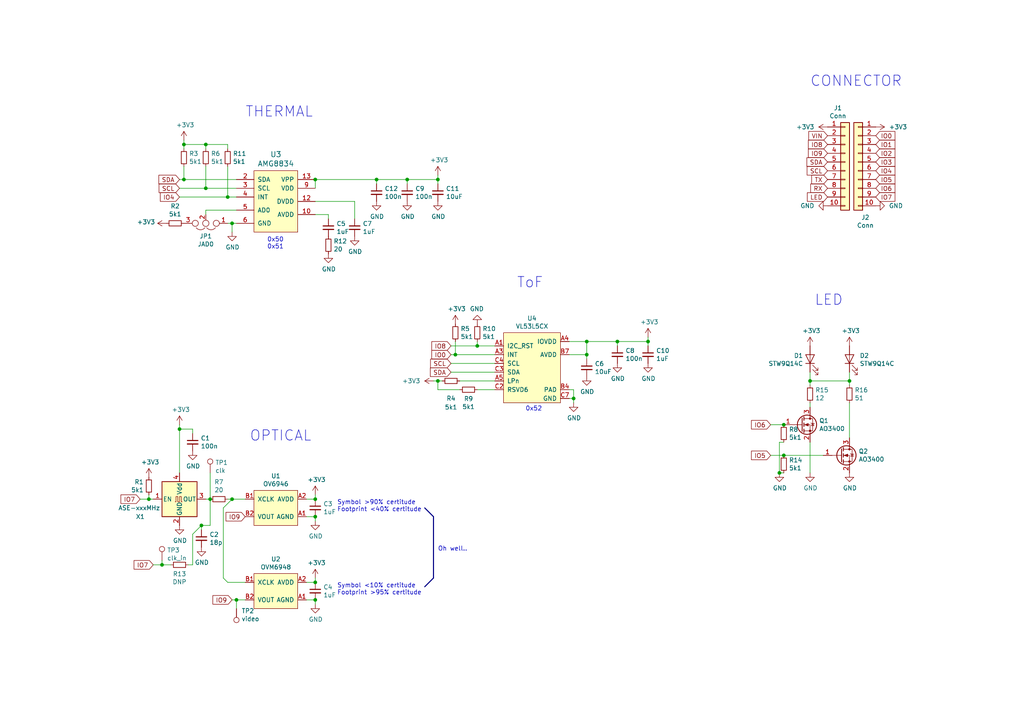
<source format=kicad_sch>
(kicad_sch (version 20211123) (generator eeschema)
  (paper "A4")
  (title_block (title "Image-Sensor-Expansion") (date "2021-12-24") (rev "v1.0") (company "Jana Marie Hemsing") (comment 1 "@_Jana_Marie"))
  (lib_symbols
    (symbol "Connector:TestPoint" (pin_numbers hide) (pin_names (offset 0.762) hide)
      (property "Reference" "TP" (at 0 6.858 0))
      (property "Value" "Connector_TestPoint" (at 0 5.08 0))
      (symbol "TestPoint_0_1"
        (circle (center 0 3.302) (radius 0.762))
      )
      (symbol "TestPoint_1_1"
        (pin passive line (at 0 0 90) (length 2.54) (name "1") (number "1"))
      )
    )
    (symbol "Connector_Generic:Conn_01x10" (pin_names (offset 1.016) hide)
      (property "Reference" "J" (at 0 12.7 0))
      (property "Value" "Connector_Generic_Conn_01x10" (at 0 -15.24 0))
      (symbol "Conn_01x10_1_1"
        (rectangle (start -1.27 -12.573) (end 0 -12.827) (stroke (width 0.1524)))
        (rectangle (start -1.27 -10.033) (end 0 -10.287) (stroke (width 0.1524)))
        (rectangle (start -1.27 -7.493) (end 0 -7.747) (stroke (width 0.1524)))
        (rectangle (start -1.27 -4.953) (end 0 -5.207) (stroke (width 0.1524)))
        (rectangle (start -1.27 -2.413) (end 0 -2.667) (stroke (width 0.1524)))
        (rectangle (start -1.27 0.127) (end 0 -0.127) (stroke (width 0.1524)))
        (rectangle (start -1.27 2.667) (end 0 2.413) (stroke (width 0.1524)))
        (rectangle (start -1.27 5.207) (end 0 4.953) (stroke (width 0.1524)))
        (rectangle (start -1.27 7.747) (end 0 7.493) (stroke (width 0.1524)))
        (rectangle (start -1.27 10.287) (end 0 10.033) (stroke (width 0.1524)))
        (rectangle (start -1.27 11.43) (end 1.27 -13.97) (stroke (width 0.254)) (fill (type background)))
        (pin passive line (at -5.08 10.16 0) (length 3.81) (name "Pin_1") (number "1"))
        (pin passive line (at -5.08 -12.7 0) (length 3.81) (name "Pin_10") (number "10"))
        (pin passive line (at -5.08 7.62 0) (length 3.81) (name "Pin_2") (number "2"))
        (pin passive line (at -5.08 5.08 0) (length 3.81) (name "Pin_3") (number "3"))
        (pin passive line (at -5.08 2.54 0) (length 3.81) (name "Pin_4") (number "4"))
        (pin passive line (at -5.08 0 0) (length 3.81) (name "Pin_5") (number "5"))
        (pin passive line (at -5.08 -2.54 0) (length 3.81) (name "Pin_6") (number "6"))
        (pin passive line (at -5.08 -5.08 0) (length 3.81) (name "Pin_7") (number "7"))
        (pin passive line (at -5.08 -7.62 0) (length 3.81) (name "Pin_8") (number "8"))
        (pin passive line (at -5.08 -10.16 0) (length 3.81) (name "Pin_9") (number "9"))
      )
    )
    (symbol "Device:C_Small" (pin_numbers hide) (pin_names (offset 0.254) hide)
      (property "Reference" "C" (at 0.254 1.778 0))
      (property "Value" "Device_C_Small" (at 0.254 -2.032 0))
      (symbol "C_Small_0_1"
        (polyline (pts (xy -1.524 -0.508) (xy 1.524 -0.508)) (stroke (width 0.3302)))
        (polyline (pts (xy -1.524 0.508) (xy 1.524 0.508)) (stroke (width 0.3048)))
      )
      (symbol "C_Small_1_1"
        (pin passive line (at 0 2.54 270) (length 2.032) (name "~") (number "1"))
        (pin passive line (at 0 -2.54 90) (length 2.032) (name "~") (number "2"))
      )
    )
    (symbol "Device:Jumper_NC_Dual" (pin_names (offset 0.762) hide)
      (property "Reference" "JP" (at 1.27 -2.54 0))
      (property "Value" "Device_Jumper_NC_Dual" (at 0 2.54 0))
      (symbol "Jumper_NC_Dual_0_1"
        (circle (center -3.048 0) (radius 0.889))
        (arc (start -0.254 1.27) (mid -1.524 1.8804) (end -2.794 1.27))
        (circle (center 0 0) (radius 0.9144))
        (arc (start 2.794 1.27) (mid 1.524 1.8804) (end 0.254 1.27))
        (circle (center 3.048 0) (radius 0.889))
        (pin passive line (at -6.35 0 0) (length 2.413) (name "1") (number "1"))
        (pin passive line (at 0 -2.54 90) (length 1.524) (name "2") (number "2"))
        (pin passive line (at 6.35 0 180) (length 2.413) (name "3") (number "3"))
      )
    )
    (symbol "Device:LED" (pin_numbers hide) (pin_names (offset 1.016) hide)
      (property "Reference" "D" (at 0 2.54 0))
      (property "Value" "Device_LED" (at 0 -2.54 0))
      (symbol "LED_0_1"
        (polyline (pts (xy -1.27 -1.27) (xy -1.27 1.27)) (stroke (width 0.2032)))
        (polyline (pts (xy -1.27 0) (xy 1.27 0)))
        (polyline (pts (xy 1.27 -1.27) (xy 1.27 1.27) (xy -1.27 0) (xy 1.27 -1.27)) (stroke (width 0.2032)))
        (polyline (pts (xy -3.048 -0.762) (xy -4.572 -2.286) (xy -3.81 -2.286) (xy -4.572 -2.286) (xy -4.572 -1.524)))
        (polyline (pts (xy -1.778 -0.762) (xy -3.302 -2.286) (xy -2.54 -2.286) (xy -3.302 -2.286) (xy -3.302 -1.524)))
      )
      (symbol "LED_1_1"
        (pin passive line (at -3.81 0 0) (length 2.54) (name "K") (number "1"))
        (pin passive line (at 3.81 0 180) (length 2.54) (name "A") (number "2"))
      )
    )
    (symbol "Device:R_Small" (pin_numbers hide) (pin_names (offset 0.254) hide)
      (property "Reference" "R" (at 0.762 0.508 0))
      (property "Value" "Device_R_Small" (at 0.762 -1.016 0))
      (symbol "R_Small_0_1"
        (rectangle (start -0.762 1.778) (end 0.762 -1.778) (stroke (width 0.2032)))
      )
      (symbol "R_Small_1_1"
        (pin passive line (at 0 2.54 270) (length 0.762) (name "~") (number "1"))
        (pin passive line (at 0 -2.54 90) (length 0.762) (name "~") (number "2"))
      )
    )
    (symbol "Oscillator:ASE-xxxMHz" (pin_names (offset 0.254))
      (property "Reference" "X" (at -5.08 6.35 0))
      (property "Value" "Oscillator_ASE-xxxMHz" (at 1.27 -6.35 0))
      (symbol "ASE-xxxMHz_0_1"
        (rectangle (start -5.08 5.08) (end 5.08 -5.08) (stroke (width 0.254)) (fill (type background)))
        (polyline (pts (xy -1.27 -0.762) (xy -1.016 -0.762) (xy -1.016 0.762) (xy -0.508 0.762) (xy -0.508 -0.762) (xy 0 -0.762) (xy 0 0.762) (xy 0.508 0.762) (xy 0.508 -0.762) (xy 0.762 -0.762)))
      )
      (symbol "ASE-xxxMHz_1_1"
        (pin input line (at -7.62 0 0) (length 2.54) (name "EN") (number "1"))
        (pin power_in line (at 0 -7.62 90) (length 2.54) (name "GND") (number "2"))
        (pin output line (at 7.62 0 180) (length 2.54) (name "OUT") (number "3"))
        (pin power_in line (at 0 7.62 270) (length 2.54) (name "Vdd") (number "4"))
      )
    )
    (symbol "Transistor_FET:2N7002" (pin_names hide)
      (property "Reference" "Q" (at 5.08 1.905 0))
      (property "Value" "Transistor_FET_2N7002" (at 5.08 0 0))
      (symbol "2N7002_0_1"
        (polyline (pts (xy 0.254 0) (xy -2.54 0)))
        (polyline (pts (xy 0.254 1.905) (xy 0.254 -1.905)) (stroke (width 0.254)))
        (polyline (pts (xy 0.762 -1.27) (xy 0.762 -2.286)) (stroke (width 0.254)))
        (polyline (pts (xy 0.762 0.508) (xy 0.762 -0.508)) (stroke (width 0.254)))
        (polyline (pts (xy 0.762 2.286) (xy 0.762 1.27)) (stroke (width 0.254)))
        (polyline (pts (xy 2.54 2.54) (xy 2.54 1.778)))
        (polyline (pts (xy 2.54 -2.54) (xy 2.54 0) (xy 0.762 0)))
        (polyline (pts (xy 0.762 -1.778) (xy 3.302 -1.778) (xy 3.302 1.778) (xy 0.762 1.778)))
        (polyline (pts (xy 1.016 0) (xy 2.032 0.381) (xy 2.032 -0.381) (xy 1.016 0)) (fill (type outline)))
        (polyline (pts (xy 2.794 0.508) (xy 2.921 0.381) (xy 3.683 0.381) (xy 3.81 0.254)))
        (polyline (pts (xy 3.302 0.381) (xy 2.921 -0.254) (xy 3.683 -0.254) (xy 3.302 0.381)))
        (circle (center 1.651 0) (radius 2.794) (stroke (width 0.254)))
        (circle (center 2.54 -1.778) (radius 0.254) (fill (type outline)))
        (circle (center 2.54 1.778) (radius 0.254) (fill (type outline)))
      )
      (symbol "2N7002_1_1"
        (pin input line (at -5.08 0 0) (length 2.54) (name "G") (number "1"))
        (pin passive line (at 2.54 -5.08 90) (length 2.54) (name "S") (number "2"))
        (pin passive line (at 2.54 5.08 270) (length 2.54) (name "D") (number "3"))
      )
    )
    (symbol "otter:AMG8834" (pin_names (offset 1.016))
      (property "Reference" "U" (at 0 13.97 0))
      (property "Value" "otter_AMG8834" (at 0 11.43 0))
      (symbol "AMG8834_0_1"
        (rectangle (start -6.35 10.16) (end 6.35 -7.62) (fill (type background)))
      )
      (symbol "AMG8834_1_1"
        (pin no_connect line (at 2.54 3.81 180) (length 5.08) hide (name "NC") (number "1"))
        (pin input line (at 11.43 -2.54 180) (length 5.08) (name "AVDD") (number "10"))
        (pin input line (at 2.54 1.27 180) (length 5.08) hide (name "NC") (number "11"))
        (pin input line (at 11.43 1.27 180) (length 5.08) (name "DVDD") (number "12"))
        (pin input line (at 11.43 7.62 180) (length 5.08) (name "VPP") (number "13"))
        (pin no_connect line (at 2.54 0 180) (length 5.08) hide (name "NC") (number "14"))
        (pin input line (at -11.43 7.62 0) (length 5.08) (name "SDA") (number "2"))
        (pin input line (at -11.43 5.08 0) (length 5.08) (name "SCL") (number "3"))
        (pin input line (at -11.43 2.54 0) (length 5.08) (name "INT") (number "4"))
        (pin input line (at -11.43 -1.27 0) (length 5.08) (name "AD0") (number "5"))
        (pin input line (at -11.43 -5.08 0) (length 5.08) (name "GND") (number "6"))
        (pin no_connect line (at 2.54 2.54 180) (length 5.08) hide (name "NC") (number "7"))
        (pin no_connect line (at 2.54 -1.27 180) (length 5.08) hide (name "NC") (number "8"))
        (pin input line (at 11.43 5.08 180) (length 5.08) (name "VDD") (number "9"))
      )
    )
    (symbol "otter:GND" (power) (pin_names (offset 0))
      (property "Value" "otter_GND" (at 0 -3.81 0))
      (symbol "GND_0_1"
        (polyline (pts (xy 0 0) (xy 0 -1.27) (xy 1.27 -1.27) (xy 0 -2.54) (xy -1.27 -1.27) (xy 0 -1.27)))
      )
      (symbol "GND_1_1"
        (pin power_in line (at 0 0 270) (length 0) hide (name "GND") (number "1"))
      )
    )
    (symbol "otter:OV6946" (pin_names (offset 1.016))
      (property "Reference" "U" (at 0 8.89 0))
      (property "Value" "otter_OV6946" (at 0 6.35 0))
      (symbol "OV6946_0_1"
        (rectangle (start -6.35 5.08) (end 6.35 -5.08) (fill (type background)))
      )
      (symbol "OV6946_1_1"
        (pin input line (at 8.89 -2.54 180) (length 2.54) (name "AGND") (number "A1"))
        (pin input line (at 8.89 2.54 180) (length 2.54) (name "AVDD") (number "A2"))
        (pin input line (at -8.89 2.54 0) (length 2.54) (name "XCLK") (number "B1"))
        (pin input line (at -8.89 -2.54 0) (length 2.54) (name "VOUT") (number "B2"))
      )
    )
    (symbol "otter:VL53L5CX" (pin_names (offset 1.016))
      (property "Reference" "U" (at 0 13.97 0))
      (property "Value" "otter_VL53L5CX" (at 0 11.43 0))
      (symbol "VL53L5CX_0_1"
        (rectangle (start -8.89 10.16) (end 7.62 -10.16) (fill (type background)))
      )
      (symbol "VL53L5CX_1_1"
        (pin input line (at -11.43 6.35 0) (length 2.54) (name "I2C_RST") (number "A1"))
        (pin input line (at 10.16 -8.89 180) (length 2.54) hide (name "GND") (number "A2"))
        (pin input line (at -11.43 3.81 0) (length 2.54) (name "INT") (number "A3"))
        (pin input line (at 10.16 7.62 180) (length 2.54) (name "IOVDD") (number "A4"))
        (pin input line (at -11.43 -3.81 0) (length 2.54) (name "LPn") (number "A5"))
        (pin input line (at 10.16 -8.89 180) (length 2.54) hide (name "GND") (number "A6"))
        (pin input line (at 10.16 -8.89 180) (length 2.54) hide (name "GND") (number "A7"))
        (pin input line (at 10.16 3.81 180) (length 2.54) hide (name "AVDD") (number "B1"))
        (pin input line (at 10.16 -6.35 180) (length 2.54) (name "PAD") (number "B4"))
        (pin input line (at 10.16 3.81 180) (length 2.54) (name "AVDD") (number "B7"))
        (pin input line (at 10.16 -8.89 180) (length 2.54) hide (name "GND") (number "C1"))
        (pin input line (at -11.43 -6.35 0) (length 2.54) (name "RSVD6") (number "C2"))
        (pin input line (at -11.43 -1.27 0) (length 2.54) (name "SDA") (number "C3"))
        (pin input line (at -11.43 1.27 0) (length 2.54) (name "SCL") (number "C4"))
        (pin no_connect line (at 10.16 -2.54 180) (length 2.54) hide (name "RSVD5") (number "C5"))
        (pin input line (at 10.16 -8.89 180) (length 2.54) hide (name "GND") (number "C6"))
        (pin input line (at 10.16 -8.89 180) (length 2.54) (name "GND") (number "C7"))
      )
    )
    (symbol "power:+3.3V" (power) (pin_names (offset 0))
      (property "Value" "power_+3.3V" (at 0 3.556 0))
      (symbol "+3.3V_0_1"
        (polyline (pts (xy -0.762 1.27) (xy 0 2.54)))
        (polyline (pts (xy 0 0) (xy 0 2.54)))
        (polyline (pts (xy 0 2.54) (xy 0.762 1.27)))
      )
      (symbol "+3.3V_1_1"
        (pin power_in line (at 0 0 90) (length 0) hide (name "+3V3") (number "1"))
      )
    )
  )
  (junction (at 227.33 132.08))
  (junction (at 91.44 52.07))
  (junction (at 170.18 102.87))
  (junction (at 246.38 110.49))
  (junction (at 53.34 52.07))
  (junction (at 127 52.07))
  (junction (at 226.06 137.16))
  (junction (at 59.69 41.91))
  (junction (at 138.43 100.33))
  (junction (at 46.99 163.83))
  (junction (at 187.96 99.06))
  (junction (at 179.07 99.06))
  (junction (at 67.31 144.78))
  (junction (at 91.44 168.91))
  (junction (at 132.08 102.87))
  (junction (at 91.44 144.78))
  (junction (at 59.69 54.61))
  (junction (at 118.11 52.07))
  (junction (at 227.33 123.19))
  (junction (at 68.58 173.99))
  (junction (at 43.18 144.78))
  (junction (at 166.37 115.57))
  (junction (at 109.22 52.07))
  (junction (at 60.96 144.78))
  (junction (at 58.42 152.4))
  (junction (at 66.04 57.15))
  (junction (at 52.07 124.46))
  (junction (at 53.34 41.91))
  (junction (at 234.95 110.49))
  (junction (at 91.44 149.86))
  (junction (at 170.18 99.06))
  (junction (at 127 110.49))
  (junction (at 91.44 173.99))
  (junction (at 67.31 64.77))
  (wire (pts (xy 165.1 102.87) (xy 170.18 102.87)))
  (wire (pts (xy 67.31 144.78) (xy 64.77 147.32)))
  (wire (pts (xy 59.69 60.96) (xy 59.69 62.23)))
  (wire (pts (xy 91.44 58.42) (xy 102.87 58.42)))
  (wire (pts (xy 60.96 137.16) (xy 60.96 144.78)))
  (wire (pts (xy 68.58 52.07) (xy 53.34 52.07)))
  (wire (pts (xy 88.9 173.99) (xy 91.44 173.99)))
  (bus (pts (xy 125.73 149.86) (xy 125.73 167.64)))
  (wire (pts (xy 118.11 53.34) (xy 118.11 52.07)))
  (wire (pts (xy 109.22 52.07) (xy 118.11 52.07)))
  (wire (pts (xy 91.44 168.91) (xy 91.44 167.64)))
  (wire (pts (xy 170.18 102.87) (xy 170.18 104.14)))
  (wire (pts (xy 118.11 52.07) (xy 127 52.07)))
  (wire (pts (xy 187.96 97.79) (xy 187.96 99.06)))
  (wire (pts (xy 102.87 58.42) (xy 102.87 63.5)))
  (wire (pts (xy 165.1 113.03) (xy 166.37 113.03)))
  (wire (pts (xy 52.07 137.16) (xy 52.07 124.46)))
  (wire (pts (xy 91.44 173.99) (xy 91.44 175.26)))
  (wire (pts (xy 133.35 113.03) (xy 127 113.03)))
  (wire (pts (xy 60.96 152.4) (xy 58.42 152.4)))
  (wire (pts (xy 246.38 127) (xy 246.38 116.84)))
  (wire (pts (xy 143.51 102.87) (xy 132.08 102.87)))
  (wire (pts (xy 66.04 41.91) (xy 66.04 43.18)))
  (wire (pts (xy 234.95 111.76) (xy 234.95 110.49)))
  (wire (pts (xy 52.07 57.15) (xy 66.04 57.15)))
  (wire (pts (xy 143.51 110.49) (xy 133.35 110.49)))
  (wire (pts (xy 246.38 110.49) (xy 246.38 111.76)))
  (wire (pts (xy 226.06 128.27) (xy 226.06 137.16)))
  (wire (pts (xy 55.88 124.46) (xy 55.88 125.73)))
  (wire (pts (xy 132.08 99.06) (xy 132.08 102.87)))
  (wire (pts (xy 130.81 100.33) (xy 138.43 100.33)))
  (wire (pts (xy 95.25 63.5) (xy 95.25 62.23)))
  (wire (pts (xy 109.22 53.34) (xy 109.22 52.07)))
  (wire (pts (xy 88.9 149.86) (xy 91.44 149.86)))
  (wire (pts (xy 91.44 144.78) (xy 91.44 143.51)))
  (wire (pts (xy 170.18 99.06) (xy 179.07 99.06)))
  (wire (pts (xy 127 50.8) (xy 127 52.07)))
  (wire (pts (xy 234.95 118.11) (xy 234.95 116.84)))
  (wire (pts (xy 223.52 132.08) (xy 227.33 132.08)))
  (wire (pts (xy 125.73 110.49) (xy 127 110.49)))
  (wire (pts (xy 64.77 147.32) (xy 64.77 167.64)))
  (wire (pts (xy 52.07 123.19) (xy 52.07 124.46)))
  (wire (pts (xy 227.33 128.27) (xy 226.06 128.27)))
  (wire (pts (xy 67.31 64.77) (xy 67.31 67.31)))
  (wire (pts (xy 223.52 123.19) (xy 227.33 123.19)))
  (wire (pts (xy 71.12 173.99) (xy 68.58 173.99)))
  (wire (pts (xy 68.58 176.53) (xy 68.58 173.99)))
  (wire (pts (xy 71.12 168.91) (xy 66.04 168.91)))
  (wire (pts (xy 60.96 144.78) (xy 59.69 144.78)))
  (wire (pts (xy 59.69 41.91) (xy 66.04 41.91)))
  (wire (pts (xy 143.51 100.33) (xy 138.43 100.33)))
  (wire (pts (xy 226.06 137.16) (xy 227.33 137.16)))
  (wire (pts (xy 66.04 48.26) (xy 66.04 57.15)))
  (wire (pts (xy 55.88 154.94) (xy 55.88 163.83)))
  (wire (pts (xy 91.44 52.07) (xy 109.22 52.07)))
  (wire (pts (xy 132.08 102.87) (xy 130.81 102.87)))
  (wire (pts (xy 179.07 99.06) (xy 179.07 100.33)))
  (wire (pts (xy 234.95 128.27) (xy 234.95 137.16)))
  (wire (pts (xy 130.81 105.41) (xy 143.51 105.41)))
  (wire (pts (xy 60.96 152.4) (xy 60.96 144.78)))
  (bus (pts (xy 123.19 170.18) (xy 125.73 167.64)))
  (wire (pts (xy 246.38 107.95) (xy 246.38 110.49)))
  (wire (pts (xy 138.43 99.06) (xy 138.43 100.33)))
  (wire (pts (xy 187.96 99.06) (xy 187.96 100.33)))
  (wire (pts (xy 95.25 62.23) (xy 91.44 62.23)))
  (wire (pts (xy 238.76 132.08) (xy 227.33 132.08)))
  (wire (pts (xy 53.34 48.26) (xy 53.34 52.07)))
  (wire (pts (xy 91.44 54.61) (xy 91.44 52.07)))
  (wire (pts (xy 66.04 144.78) (xy 67.31 144.78)))
  (wire (pts (xy 66.04 168.91) (xy 64.77 167.64)))
  (wire (pts (xy 53.34 43.18) (xy 53.34 41.91)))
  (wire (pts (xy 166.37 115.57) (xy 165.1 115.57)))
  (wire (pts (xy 67.31 64.77) (xy 68.58 64.77)))
  (wire (pts (xy 88.9 144.78) (xy 91.44 144.78)))
  (wire (pts (xy 166.37 116.84) (xy 166.37 115.57)))
  (wire (pts (xy 68.58 60.96) (xy 59.69 60.96)))
  (wire (pts (xy 59.69 43.18) (xy 59.69 41.91)))
  (wire (pts (xy 88.9 168.91) (xy 91.44 168.91)))
  (wire (pts (xy 246.38 110.49) (xy 234.95 110.49)))
  (wire (pts (xy 127 52.07) (xy 127 53.34)))
  (wire (pts (xy 53.34 40.64) (xy 53.34 41.91)))
  (wire (pts (xy 66.04 64.77) (xy 67.31 64.77)))
  (wire (pts (xy 234.95 110.49) (xy 234.95 107.95)))
  (wire (pts (xy 127 110.49) (xy 128.27 110.49)))
  (wire (pts (xy 46.99 163.83) (xy 49.53 163.83)))
  (wire (pts (xy 58.42 152.4) (xy 55.88 154.94)))
  (wire (pts (xy 59.69 48.26) (xy 59.69 54.61)))
  (wire (pts (xy 43.18 144.78) (xy 40.64 144.78)))
  (wire (pts (xy 52.07 124.46) (xy 55.88 124.46)))
  (wire (pts (xy 43.18 143.51) (xy 43.18 144.78)))
  (bus (pts (xy 123.19 147.32) (xy 125.73 149.86)))
  (wire (pts (xy 67.31 144.78) (xy 71.12 144.78)))
  (wire (pts (xy 143.51 107.95) (xy 130.81 107.95)))
  (wire (pts (xy 59.69 54.61) (xy 52.07 54.61)))
  (wire (pts (xy 68.58 173.99) (xy 67.31 173.99)))
  (wire (pts (xy 166.37 115.57) (xy 166.37 113.03)))
  (wire (pts (xy 170.18 102.87) (xy 170.18 99.06)))
  (wire (pts (xy 138.43 113.03) (xy 143.51 113.03)))
  (wire (pts (xy 46.99 162.56) (xy 46.99 163.83)))
  (wire (pts (xy 68.58 57.15) (xy 66.04 57.15)))
  (wire (pts (xy 44.45 163.83) (xy 46.99 163.83)))
  (wire (pts (xy 55.88 163.83) (xy 54.61 163.83)))
  (wire (pts (xy 68.58 54.61) (xy 59.69 54.61)))
  (wire (pts (xy 53.34 41.91) (xy 59.69 41.91)))
  (wire (pts (xy 127 113.03) (xy 127 110.49)))
  (wire (pts (xy 43.18 144.78) (xy 44.45 144.78)))
  (wire (pts (xy 179.07 99.06) (xy 187.96 99.06)))
  (wire (pts (xy 58.42 152.4) (xy 58.42 153.67)))
  (wire (pts (xy 91.44 149.86) (xy 91.44 151.13)))
  (wire (pts (xy 165.1 99.06) (xy 170.18 99.06)))
  (wire (pts (xy 53.34 52.07) (xy 52.07 52.07)))
  (text "ToF" (at 149.86 83.82 0) (effects (font (size 2.9972 2.9972)) (justify left bottom)))
  (text "0x50\n0x51" (at 77.47 72.39 0) (effects (font (size 1.27 1.27)) (justify left bottom)))
  (text "Symbol <10% certitude\nFootprint >95% certitude" (at 97.79 172.72 0) (effects (font (size 1.27 1.27)) (justify left bottom)))
  (text "0x52" (at 152.4 119.38 0) (effects (font (size 1.27 1.27)) (justify left bottom)))
  (text "Oh well.." (at 127 160.02 0) (effects (font (size 1.27 1.27)) (justify left bottom)))
  (text "THERMAL" (at 71.12 34.29 0) (effects (font (size 2.9972 2.9972)) (justify left bottom)))
  (text "OPTICAL" (at 72.39 128.27 0) (effects (font (size 2.9972 2.9972)) (justify left bottom)))
  (text "Symbol >90% certitude\nFootprint <40% certitude" (at 97.79 148.59 0) (effects (font (size 1.27 1.27)) (justify left bottom)))
  (text "LED" (at 236.22 88.9 0) (effects (font (size 2.9972 2.9972)) (justify left bottom)))
  (text "CONNECTOR" (at 234.95 25.4 0) (effects (font (size 2.9972 2.9972)) (justify left bottom)))
  (global_label "SDA" (shape input) (at 52.07 52.07 180) (property "Intersheet References" "${INTERSHEET_REFS}" (effects hide)))
  (global_label "SCL" (shape input) (at 130.81 105.41 180) (property "Intersheet References" "${INTERSHEET_REFS}" (effects hide)))
  (global_label "LED" (shape input) (at 240.03 57.15 180) (property "Intersheet References" "${INTERSHEET_REFS}" (effects hide)))
  (global_label "IO7" (shape input) (at 40.64 144.78 180) (property "Intersheet References" "${INTERSHEET_REFS}" (effects hide)))
  (global_label "SCL" (shape input) (at 52.07 54.61 180) (property "Intersheet References" "${INTERSHEET_REFS}" (effects hide)))
  (global_label "IO6" (shape input) (at 223.52 123.19 180) (property "Intersheet References" "${INTERSHEET_REFS}" (effects hide)))
  (global_label "IO1" (shape input) (at 254 41.91 0) (property "Intersheet References" "${INTERSHEET_REFS}" (effects hide)))
  (global_label "IO9" (shape input) (at 67.31 173.99 180) (property "Intersheet References" "${INTERSHEET_REFS}" (effects hide)))
  (global_label "IO8" (shape input) (at 240.03 41.91 180) (property "Intersheet References" "${INTERSHEET_REFS}" (effects hide)))
  (global_label "IO4" (shape input) (at 52.07 57.15 180) (property "Intersheet References" "${INTERSHEET_REFS}" (effects hide)))
  (global_label "IO5" (shape input) (at 254 52.07 0) (property "Intersheet References" "${INTERSHEET_REFS}" (effects hide)))
  (global_label "SDA" (shape input) (at 130.81 107.95 180) (property "Intersheet References" "${INTERSHEET_REFS}" (effects hide)))
  (global_label "IO7" (shape input) (at 254 57.15 0) (property "Intersheet References" "${INTERSHEET_REFS}" (effects hide)))
  (global_label "IO7" (shape input) (at 44.45 163.83 180) (property "Intersheet References" "${INTERSHEET_REFS}" (effects hide)))
  (global_label "IO6" (shape input) (at 254 54.61 0) (property "Intersheet References" "${INTERSHEET_REFS}" (effects hide)))
  (global_label "IO4" (shape input) (at 254 49.53 0) (property "Intersheet References" "${INTERSHEET_REFS}" (effects hide)))
  (global_label "SDA" (shape input) (at 240.03 46.99 180) (property "Intersheet References" "${INTERSHEET_REFS}" (effects hide)))
  (global_label "IO2" (shape input) (at 254 44.45 0) (property "Intersheet References" "${INTERSHEET_REFS}" (effects hide)))
  (global_label "IO9" (shape input) (at 240.03 44.45 180) (property "Intersheet References" "${INTERSHEET_REFS}" (effects hide)))
  (global_label "RX" (shape input) (at 240.03 54.61 180) (property "Intersheet References" "${INTERSHEET_REFS}" (effects hide)))
  (global_label "TX" (shape input) (at 240.03 52.07 180) (property "Intersheet References" "${INTERSHEET_REFS}" (effects hide)))
  (global_label "IO0" (shape input) (at 254 39.37 0) (property "Intersheet References" "${INTERSHEET_REFS}" (effects hide)))
  (global_label "IO9" (shape input) (at 71.12 149.86 180) (property "Intersheet References" "${INTERSHEET_REFS}" (effects hide)))
  (global_label "SCL" (shape input) (at 240.03 49.53 180) (property "Intersheet References" "${INTERSHEET_REFS}" (effects hide)))
  (global_label "IO8" (shape input) (at 130.81 100.33 180) (property "Intersheet References" "${INTERSHEET_REFS}" (effects hide)))
  (global_label "VIN" (shape input) (at 240.03 39.37 180) (property "Intersheet References" "${INTERSHEET_REFS}" (effects hide)))
  (global_label "IO0" (shape input) (at 130.81 102.87 180) (property "Intersheet References" "${INTERSHEET_REFS}" (effects hide)))
  (global_label "IO5" (shape input) (at 223.52 132.08 180) (property "Intersheet References" "${INTERSHEET_REFS}" (effects hide)))
  (global_label "IO3" (shape input) (at 254 46.99 0) (property "Intersheet References" "${INTERSHEET_REFS}" (effects hide)))
  (symbol (lib_id "Connector_Generic:Conn_01x10") (at 248.92 46.99 0) (mirror y) (unit 1)
    (property "Reference" "J2" (at 251.0028 63.0682 0))
    (property "Value" "Conn" (at 251.0028 65.3796 0))
    (property "Footprint" "Connector_PinHeader_2.54mm:PinHeader_1x10_P2.54mm_Vertical" (effects hide))
  )
  (symbol (lib_id "Connector_Generic:Conn_01x10") (at 245.11 46.99 0) (unit 1)
    (property "Reference" "J1" (at 243.0272 31.3182 0))
    (property "Value" "Conn" (at 243.0272 33.6296 0))
    (property "Footprint" "Connector_PinHeader_2.54mm:PinHeader_1x10_P2.54mm_Vertical" (effects hide))
  )
  (symbol (lib_id "power:+3.3V") (at 240.03 36.83 90) (unit 1)
    (property "Reference" "#PWR0101" (effects hide))
    (property "Value" "+3.3V" (at 236.22 36.83 90) (effects (justify left)))
  )
  (symbol (lib_id "otter:GND") (at 240.03 59.69 270) (unit 1)
    (property "Reference" "#PWR0102" (effects hide))
    (property "Value" "GND" (at 236.22 59.69 90) (effects (justify right)))
  )
  (symbol (lib_id "otter:GND") (at 254 59.69 90) (unit 1)
    (property "Reference" "#PWR0103" (effects hide))
    (property "Value" "GND" (at 257.81 59.69 90) (effects (justify right)))
  )
  (symbol (lib_id "power:+3.3V") (at 254 36.83 270) (unit 1)
    (property "Reference" "#PWR0104" (effects hide))
    (property "Value" "+3.3V" (at 257.81 36.83 90) (effects (justify left)))
  )
  (symbol (lib_id "Device:C_Small") (at 102.87 66.04 0) (unit 1)
    (property "Reference" "C7" (at 105.2068 64.8716 0) (effects (justify left)))
    (property "Value" "1uF" (at 105.2068 67.183 0) (effects (justify left)))
    (property "Footprint" "otter:C_0603" (effects hide))
  )
  (symbol (lib_id "Device:C_Small") (at 95.25 66.04 0) (unit 1)
    (property "Reference" "C5" (at 97.5868 64.8716 0) (effects (justify left)))
    (property "Value" "1uF" (at 97.5868 67.183 0) (effects (justify left)))
    (property "Footprint" "otter:C_0603" (effects hide))
  )
  (symbol (lib_id "Device:R_Small") (at 95.25 71.12 0) (unit 1)
    (property "Reference" "R12" (at 96.7486 69.9516 0) (effects (justify left)))
    (property "Value" "20" (at 96.7486 72.263 0) (effects (justify left)))
    (property "Footprint" "otter:R_0402" (effects hide))
  )
  (symbol (lib_id "otter:GND") (at 95.25 73.66 0) (unit 1)
    (property "Reference" "#PWR0105" (effects hide))
    (property "Value" "GND" (at 95.377 78.0542 0))
  )
  (symbol (lib_id "otter:GND") (at 102.87 68.58 0) (unit 1)
    (property "Reference" "#PWR0106" (effects hide))
    (property "Value" "GND" (at 102.997 72.9742 0))
  )
  (symbol (lib_id "otter:GND") (at 67.31 67.31 0) (unit 1)
    (property "Reference" "#PWR0107" (effects hide))
    (property "Value" "GND" (at 67.437 71.7042 0))
  )
  (symbol (lib_id "Device:C_Small") (at 118.11 55.88 0) (unit 1)
    (property "Reference" "C9" (at 120.4468 54.7116 0) (effects (justify left)))
    (property "Value" "100n" (at 120.4468 57.023 0) (effects (justify left)))
    (property "Footprint" "otter:C_0402" (effects hide))
  )
  (symbol (lib_id "Device:C_Small") (at 127 55.88 0) (unit 1)
    (property "Reference" "C11" (at 129.3368 54.7116 0) (effects (justify left)))
    (property "Value" "10uF" (at 129.3368 57.023 0) (effects (justify left)))
    (property "Footprint" "otter:C_0603" (effects hide))
  )
  (symbol (lib_id "otter:GND") (at 118.11 58.42 0) (unit 1)
    (property "Reference" "#PWR0108" (effects hide))
    (property "Value" "GND" (at 118.237 62.8142 0))
  )
  (symbol (lib_id "otter:GND") (at 127 58.42 0) (unit 1)
    (property "Reference" "#PWR0109" (effects hide))
    (property "Value" "GND" (at 127.127 62.8142 0))
  )
  (symbol (lib_id "Device:Jumper_NC_Dual") (at 59.69 64.77 180) (unit 1)
    (property "Reference" "JP1" (at 59.69 68.5038 0))
    (property "Value" "JAD0" (at 59.69 70.8152 0))
    (property "Footprint" "otter:J_0402_180" (effects hide))
  )
  (symbol (lib_id "Device:R_Small") (at 66.04 45.72 0) (unit 1)
    (property "Reference" "R11" (at 67.5386 44.5516 0) (effects (justify left)))
    (property "Value" "5k1" (at 67.5386 46.863 0) (effects (justify left)))
    (property "Footprint" "otter:R_0402" (effects hide))
  )
  (symbol (lib_id "Device:R_Small") (at 59.69 45.72 0) (unit 1)
    (property "Reference" "R6" (at 61.1886 44.5516 0) (effects (justify left)))
    (property "Value" "5k1" (at 61.1886 46.863 0) (effects (justify left)))
    (property "Footprint" "otter:R_0402" (effects hide))
  )
  (symbol (lib_id "Device:R_Small") (at 53.34 45.72 0) (unit 1)
    (property "Reference" "R3" (at 54.8386 44.5516 0) (effects (justify left)))
    (property "Value" "5k1" (at 54.8386 46.863 0) (effects (justify left)))
    (property "Footprint" "otter:R_0402" (effects hide))
  )
  (symbol (lib_id "power:+3.3V") (at 53.34 40.64 0) (unit 1)
    (property "Reference" "#PWR0110" (effects hide))
    (property "Value" "+3.3V" (at 53.721 36.2458 0))
  )
  (symbol (lib_id "power:+3.3V") (at 127 50.8 0) (unit 1)
    (property "Reference" "#PWR0111" (effects hide))
    (property "Value" "+3.3V" (at 127.381 46.4058 0))
  )
  (symbol (lib_id "Device:R_Small") (at 50.8 64.77 90) (unit 1)
    (property "Reference" "R2" (at 50.8 59.7916 90))
    (property "Value" "5k1" (at 50.8 62.103 90))
    (property "Footprint" "otter:R_0402" (effects hide))
  )
  (symbol (lib_id "power:+3.3V") (at 48.26 64.77 90) (unit 1)
    (property "Reference" "#PWR0112" (effects hide))
    (property "Value" "+3.3V" (at 45.0088 64.389 90) (effects (justify left)))
  )
  (symbol (lib_id "otter:GND") (at 166.37 116.84 0) (unit 1)
    (property "Reference" "#PWR0113" (effects hide))
    (property "Value" "GND" (at 166.497 121.2342 0))
  )
  (symbol (lib_id "Device:C_Small") (at 170.18 106.68 0) (unit 1)
    (property "Reference" "C6" (at 172.5168 105.5116 0) (effects (justify left)))
    (property "Value" "10uF" (at 172.5168 107.823 0) (effects (justify left)))
    (property "Footprint" "otter:C_0603" (effects hide))
  )
  (symbol (lib_id "otter:GND") (at 170.18 109.22 0) (unit 1)
    (property "Reference" "#PWR0114" (effects hide))
    (property "Value" "GND" (at 170.307 113.6142 0))
  )
  (symbol (lib_id "Device:C_Small") (at 187.96 102.87 0) (unit 1)
    (property "Reference" "C10" (at 190.2968 101.7016 0) (effects (justify left)))
    (property "Value" "1uF" (at 190.2968 104.013 0) (effects (justify left)))
    (property "Footprint" "otter:C_0603" (effects hide))
  )
  (symbol (lib_id "otter:GND") (at 187.96 105.41 0) (unit 1)
    (property "Reference" "#PWR0115" (effects hide))
    (property "Value" "GND" (at 188.087 109.8042 0))
  )
  (symbol (lib_id "Device:C_Small") (at 179.07 102.87 0) (unit 1)
    (property "Reference" "C8" (at 181.4068 101.7016 0) (effects (justify left)))
    (property "Value" "100n" (at 181.4068 104.013 0) (effects (justify left)))
    (property "Footprint" "otter:C_0402" (effects hide))
  )
  (symbol (lib_id "otter:GND") (at 179.07 105.41 0) (unit 1)
    (property "Reference" "#PWR0116" (effects hide))
    (property "Value" "GND" (at 179.197 109.8042 0))
  )
  (symbol (lib_id "power:+3.3V") (at 187.96 97.79 0) (unit 1)
    (property "Reference" "#PWR0117" (effects hide))
    (property "Value" "+3.3V" (at 188.341 93.3958 0))
  )
  (symbol (lib_id "otter:VL53L5CX") (at 154.94 106.68 0) (unit 1)
    (property "Reference" "U4" (at 154.305 92.329 0))
    (property "Value" "VL53L5CX" (at 154.305 94.6404 0))
    (property "Footprint" "otter:VL53L5" (effects hide))
  )
  (symbol (lib_id "Device:R_Small") (at 138.43 96.52 0) (unit 1)
    (property "Reference" "R10" (at 139.9286 95.3516 0) (effects (justify left)))
    (property "Value" "5k1" (at 139.9286 97.663 0) (effects (justify left)))
    (property "Footprint" "otter:R_0402" (effects hide))
  )
  (symbol (lib_id "Device:R_Small") (at 132.08 96.52 0) (unit 1)
    (property "Reference" "R5" (at 133.5786 95.3516 0) (effects (justify left)))
    (property "Value" "5k1" (at 133.5786 97.663 0) (effects (justify left)))
    (property "Footprint" "otter:R_0402" (effects hide))
  )
  (symbol (lib_id "Device:R_Small") (at 130.81 110.49 90) (unit 1)
    (property "Reference" "R4" (at 130.81 115.57 90))
    (property "Value" "5k1" (at 130.81 118.11 90))
    (property "Footprint" "otter:R_0402" (effects hide))
  )
  (symbol (lib_id "Device:R_Small") (at 135.89 113.03 270) (unit 1)
    (property "Reference" "R9" (at 135.89 115.6716 90))
    (property "Value" "5k1" (at 135.89 117.983 90))
    (property "Footprint" "otter:R_0402" (effects hide))
  )
  (symbol (lib_id "power:+3.3V") (at 132.08 93.98 0) (unit 1)
    (property "Reference" "#PWR0118" (effects hide))
    (property "Value" "+3.3V" (at 132.461 89.5858 0))
  )
  (symbol (lib_id "power:+3.3V") (at 125.73 110.49 90) (unit 1)
    (property "Reference" "#PWR0119" (effects hide))
    (property "Value" "+3.3V" (at 121.92 110.49 90) (effects (justify left)))
  )
  (symbol (lib_id "otter:GND") (at 138.43 93.98 180) (unit 1)
    (property "Reference" "#PWR0120" (effects hide))
    (property "Value" "GND" (at 138.303 89.5858 0))
  )
  (symbol (lib_id "Device:LED") (at 234.95 104.14 90) (unit 1)
    (property "Reference" "D1" (at 232.9434 103.1494 90) (effects (justify left)))
    (property "Value" "STW9Q14C" (at 232.9434 105.4608 90) (effects (justify left)))
    (property "Footprint" "otter:5630" (effects hide))
  )
  (symbol (lib_id "Device:LED") (at 246.38 104.14 90) (unit 1)
    (property "Reference" "D2" (at 249.3518 103.1494 90) (effects (justify right)))
    (property "Value" "STW9Q14C" (at 249.3518 105.4608 90) (effects (justify right)))
    (property "Footprint" "otter:5630" (effects hide))
  )
  (symbol (lib_id "power:+3.3V") (at 234.95 100.33 0) (unit 1)
    (property "Reference" "#PWR0131" (effects hide))
    (property "Value" "+3.3V" (at 235.331 95.9358 0))
  )
  (symbol (lib_id "power:+3.3V") (at 246.38 100.33 0) (unit 1)
    (property "Reference" "#PWR0132" (effects hide))
    (property "Value" "+3.3V" (at 246.761 95.9358 0))
  )
  (symbol (lib_id "otter:AMG8834") (at 80.01 59.69 0) (unit 1)
    (property "Reference" "U3" (at 80.01 44.7802 0) (effects (font (size 1.524 1.524))))
    (property "Value" "AMG8834" (at 80.01 47.4726 0) (effects (font (size 1.524 1.524))))
    (property "Footprint" "otter:GridEyeSensor" (effects hide))
  )
  (symbol (lib_id "Device:R_Small") (at 234.95 114.3 0) (unit 1)
    (property "Reference" "R15" (at 236.4486 113.1316 0) (effects (justify left)))
    (property "Value" "12" (at 236.4486 115.443 0) (effects (justify left)))
    (property "Footprint" "otter:R_0805" (effects hide))
  )
  (symbol (lib_id "Device:R_Small") (at 246.38 114.3 0) (unit 1)
    (property "Reference" "R16" (at 247.8786 113.1316 0) (effects (justify left)))
    (property "Value" "51" (at 247.8786 115.443 0) (effects (justify left)))
    (property "Footprint" "otter:R_0805" (effects hide))
  )
  (symbol (lib_id "otter:OV6946") (at 80.01 147.32 0) (unit 1)
    (property "Reference" "U1" (at 80.01 138.049 0))
    (property "Value" "OV6946" (at 80.01 140.3604 0))
    (property "Footprint" "otter:OV9646" (effects hide))
  )
  (symbol (lib_id "Device:C_Small") (at 91.44 147.32 0) (unit 1)
    (property "Reference" "C3" (at 93.7768 146.1516 0) (effects (justify left)))
    (property "Value" "1uF" (at 93.7768 148.463 0) (effects (justify left)))
    (property "Footprint" "otter:C_0603" (effects hide))
  )
  (symbol (lib_id "otter:GND") (at 91.44 151.13 0) (unit 1)
    (property "Reference" "#PWR0121" (effects hide))
    (property "Value" "GND" (at 91.567 155.5242 0))
  )
  (symbol (lib_id "power:+3.3V") (at 91.44 143.51 0) (unit 1)
    (property "Reference" "#PWR0122" (effects hide))
    (property "Value" "+3.3V" (at 91.821 139.1158 0))
  )
  (symbol (lib_id "Transistor_FET:2N7002") (at 232.41 123.19 0) (unit 1)
    (property "Reference" "Q1" (at 237.5916 122.0216 0) (effects (justify left)))
    (property "Value" "AO3400" (at 237.5916 124.333 0) (effects (justify left)))
    (property "Footprint" "Package_TO_SOT_SMD:SOT-23" (effects hide))
    (property "Datasheet" "https://www.fairchildsemi.com/datasheets/2N/2N7002.pdf" (effects hide))
  )
  (symbol (lib_id "Oscillator:ASE-xxxMHz") (at 52.07 144.78 0) (unit 1)
    (property "Reference" "X1" (at 39.37 149.86 0) (effects (justify left)))
    (property "Value" "ASE-xxxMHz" (at 34.29 147.32 0) (effects (justify left)))
    (property "Footprint" "Oscillator:Oscillator_SMD_Abracon_ASE-4Pin_3.2x2.5mm" (effects hide))
    (property "Datasheet" "http://www.abracon.com/Oscillators/ASV.pdf" (effects hide))
  )
  (symbol (lib_id "Device:R_Small") (at 63.5 144.78 90) (unit 1)
    (property "Reference" "R7" (at 63.5 139.8016 90))
    (property "Value" "20" (at 63.5 142.113 90))
    (property "Footprint" "otter:R_0402" (effects hide))
  )
  (symbol (lib_id "Transistor_FET:2N7002") (at 243.84 132.08 0) (unit 1)
    (property "Reference" "Q2" (at 249.0216 130.9116 0) (effects (justify left)))
    (property "Value" "AO3400" (at 249.0216 133.223 0) (effects (justify left)))
    (property "Footprint" "Package_TO_SOT_SMD:SOT-23" (effects hide))
    (property "Datasheet" "https://www.fairchildsemi.com/datasheets/2N/2N7002.pdf" (effects hide))
  )
  (symbol (lib_id "Connector:TestPoint") (at 60.96 137.16 0) (unit 1)
    (property "Reference" "TP1" (at 62.4332 134.1628 0) (effects (justify left)))
    (property "Value" "clk" (at 62.4332 136.4742 0) (effects (justify left)))
    (property "Footprint" "TestPoint:TestPoint_THTPad_1.0x1.0mm_Drill0.5mm" (effects hide))
  )
  (symbol (lib_id "otter:GND") (at 52.07 152.4 0) (unit 1)
    (property "Reference" "#PWR0123" (effects hide))
    (property "Value" "GND" (at 52.197 156.7942 0))
  )
  (symbol (lib_id "Device:C_Small") (at 55.88 128.27 0) (unit 1)
    (property "Reference" "C1" (at 58.2168 127.1016 0) (effects (justify left)))
    (property "Value" "100n" (at 58.2168 129.413 0) (effects (justify left)))
    (property "Footprint" "otter:C_0402" (effects hide))
  )
  (symbol (lib_id "otter:GND") (at 55.88 130.81 0) (unit 1)
    (property "Reference" "#PWR0124" (effects hide))
    (property "Value" "GND" (at 56.007 135.2042 0))
  )
  (symbol (lib_id "power:+3.3V") (at 52.07 123.19 0) (unit 1)
    (property "Reference" "#PWR0125" (effects hide))
    (property "Value" "+3.3V" (at 52.451 118.7958 0))
  )
  (symbol (lib_id "Device:R_Small") (at 43.18 140.97 0) (unit 1)
    (property "Reference" "R1" (at 41.6814 139.8016 0) (effects (justify right)))
    (property "Value" "5k1" (at 41.6814 142.113 0) (effects (justify right)))
    (property "Footprint" "otter:R_0402" (effects hide))
  )
  (symbol (lib_id "otter:GND") (at 234.95 137.16 0) (unit 1)
    (property "Reference" "#PWR0133" (effects hide))
    (property "Value" "GND" (at 235.077 141.5542 0))
  )
  (symbol (lib_id "otter:GND") (at 246.38 137.16 0) (unit 1)
    (property "Reference" "#PWR0134" (effects hide))
    (property "Value" "GND" (at 246.507 141.5542 0))
  )
  (symbol (lib_id "power:+3.3V") (at 43.18 138.43 0) (unit 1)
    (property "Reference" "#PWR0126" (effects hide))
    (property "Value" "+3.3V" (at 43.561 134.0358 0))
  )
  (symbol (lib_id "Device:C_Small") (at 58.42 156.21 0) (unit 1)
    (property "Reference" "C2" (at 60.7568 155.0416 0) (effects (justify left)))
    (property "Value" "18p" (at 60.7568 157.353 0) (effects (justify left)))
    (property "Footprint" "otter:C_0402" (effects hide))
  )
  (symbol (lib_id "Device:R_Small") (at 227.33 134.62 0) (unit 1)
    (property "Reference" "R14" (at 228.8286 133.4516 0) (effects (justify left)))
    (property "Value" "5k1" (at 228.8286 135.763 0) (effects (justify left)))
    (property "Footprint" "otter:R_0402" (effects hide))
  )
  (symbol (lib_id "otter:GND") (at 58.42 158.75 0) (unit 1)
    (property "Reference" "#PWR0127" (effects hide))
    (property "Value" "GND" (at 58.547 163.1442 0))
  )
  (symbol (lib_id "Device:R_Small") (at 227.33 125.73 0) (unit 1)
    (property "Reference" "R8" (at 228.8286 124.5616 0) (effects (justify left)))
    (property "Value" "5k1" (at 228.8286 126.873 0) (effects (justify left)))
    (property "Footprint" "otter:R_0402" (effects hide))
  )
  (symbol (lib_id "otter:OV6946") (at 80.01 171.45 0) (unit 1)
    (property "Reference" "U2" (at 80.01 162.179 0))
    (property "Value" "OVM6948" (at 80.01 164.4904 0))
    (property "Footprint" "otter:OVM9648" (effects hide))
  )
  (symbol (lib_id "Device:C_Small") (at 91.44 171.45 0) (unit 1)
    (property "Reference" "C4" (at 93.7768 170.2816 0) (effects (justify left)))
    (property "Value" "1uF" (at 93.7768 172.593 0) (effects (justify left)))
    (property "Footprint" "otter:C_0603" (effects hide))
  )
  (symbol (lib_id "otter:GND") (at 91.44 175.26 0) (unit 1)
    (property "Reference" "#PWR0128" (effects hide))
    (property "Value" "GND" (at 91.567 179.6542 0))
  )
  (symbol (lib_id "power:+3.3V") (at 91.44 167.64 0) (unit 1)
    (property "Reference" "#PWR0129" (effects hide))
    (property "Value" "+3.3V" (at 91.821 163.2458 0))
  )
  (symbol (lib_id "otter:GND") (at 226.06 137.16 0) (unit 1)
    (property "Reference" "#PWR0135" (effects hide))
    (property "Value" "GND" (at 226.187 141.5542 0))
  )
  (symbol (lib_id "Connector:TestPoint") (at 68.58 176.53 180) (unit 1)
    (property "Reference" "TP2" (at 70.0532 177.1904 0) (effects (justify right)))
    (property "Value" "video" (at 70.0532 179.5018 0) (effects (justify right)))
    (property "Footprint" "TestPoint:TestPoint_THTPad_1.0x1.0mm_Drill0.5mm" (effects hide))
  )
  (symbol (lib_id "Device:R_Small") (at 52.07 163.83 270) (unit 1)
    (property "Reference" "R13" (at 52.07 166.4716 90))
    (property "Value" "DNP" (at 52.07 168.783 90))
    (property "Footprint" "otter:R_0402" (effects hide))
  )
  (symbol (lib_id "Connector:TestPoint") (at 46.99 162.56 0) (unit 1)
    (property "Reference" "TP3" (at 48.4632 159.5628 0) (effects (justify left)))
    (property "Value" "clk_in" (at 48.4632 161.8742 0) (effects (justify left)))
    (property "Footprint" "TestPoint:TestPoint_THTPad_1.0x1.0mm_Drill0.5mm" (effects hide))
  )
  (symbol (lib_id "Device:C_Small") (at 109.22 55.88 0) (unit 1)
    (property "Reference" "C12" (at 111.5568 54.7116 0) (effects (justify left)))
    (property "Value" "100n" (at 111.5568 57.023 0) (effects (justify left)))
    (property "Footprint" "otter:C_0402" (effects hide))
  )
  (symbol (lib_id "otter:GND") (at 109.22 58.42 0) (unit 1)
    (property "Reference" "#PWR0130" (effects hide))
    (property "Value" "GND" (at 109.347 62.8142 0))
  )
)
</source>
